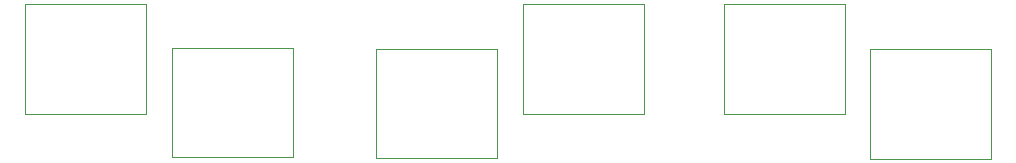
<source format=gbr>
%TF.GenerationSoftware,Altium Limited,Altium Designer,19.0.10 (269)*%
G04 Layer_Color=32896*
%FSLAX26Y26*%
%MOIN*%
%TF.FileFunction,Other,Assembly_Top*%
%TF.Part,Single*%
G01*
G75*
%TA.AperFunction,NonConductor*%
%ADD79C,0.003937*%
D79*
X-1208228Y591732D02*
Y955905D01*
X-1611772Y591732D02*
Y955905D01*
X-1208228D01*
X-1611772Y591732D02*
X-1208228D01*
X-1121772Y446638D02*
Y810811D01*
X-718228Y446638D02*
Y810811D01*
X-1121772Y446638D02*
X-718228D01*
X-1121772Y810811D02*
X-718228D01*
X-441772Y444094D02*
Y808268D01*
X-38228Y444094D02*
Y808268D01*
X-441772Y444094D02*
X-38228D01*
X-441772Y808268D02*
X-38228D01*
X451772Y591732D02*
Y955905D01*
X48228Y591732D02*
Y955905D01*
X451772D01*
X48228Y591732D02*
X451772D01*
X1206228Y442094D02*
Y806268D01*
X1609772Y442094D02*
Y806268D01*
X1206228Y442094D02*
X1609772D01*
X1206228Y806268D02*
X1609772D01*
X1121772Y591732D02*
Y955905D01*
X718228Y591732D02*
Y955905D01*
X1121772D01*
X718228Y591732D02*
X1121772D01*
%TF.MD5,b31416fc7f16fd8b868329f52bddfcad*%
M02*

</source>
